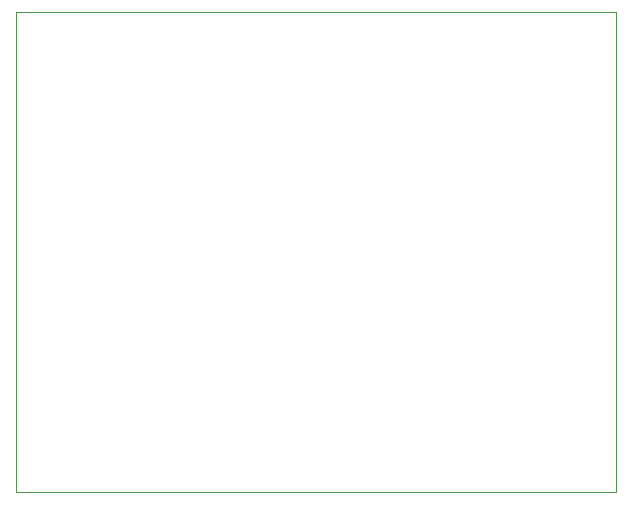
<source format=gbr>
G04 #@! TF.GenerationSoftware,KiCad,Pcbnew,5.99.0-unknown-d20d310~100~ubuntu19.10.1*
G04 #@! TF.CreationDate,2019-12-12T13:36:00+01:00*
G04 #@! TF.ProjectId,DEWHEAT,44455748-4541-4542-9e6b-696361645f70,rev?*
G04 #@! TF.SameCoordinates,Original*
G04 #@! TF.FileFunction,Profile,NP*
%FSLAX46Y46*%
G04 Gerber Fmt 4.6, Leading zero omitted, Abs format (unit mm)*
G04 Created by KiCad (PCBNEW 5.99.0-unknown-d20d310~100~ubuntu19.10.1) date 2019-12-12 13:36:00*
%MOMM*%
%LPD*%
G04 APERTURE LIST*
%ADD10C,0.100000*%
G04 APERTURE END LIST*
D10*
X116840000Y-48260000D02*
X116840000Y-88900000D01*
X66040000Y-48260000D02*
X116840000Y-48260000D01*
X66040000Y-88900000D02*
X66040000Y-48260000D01*
X116840000Y-88900000D02*
X66040000Y-88900000D01*
M02*

</source>
